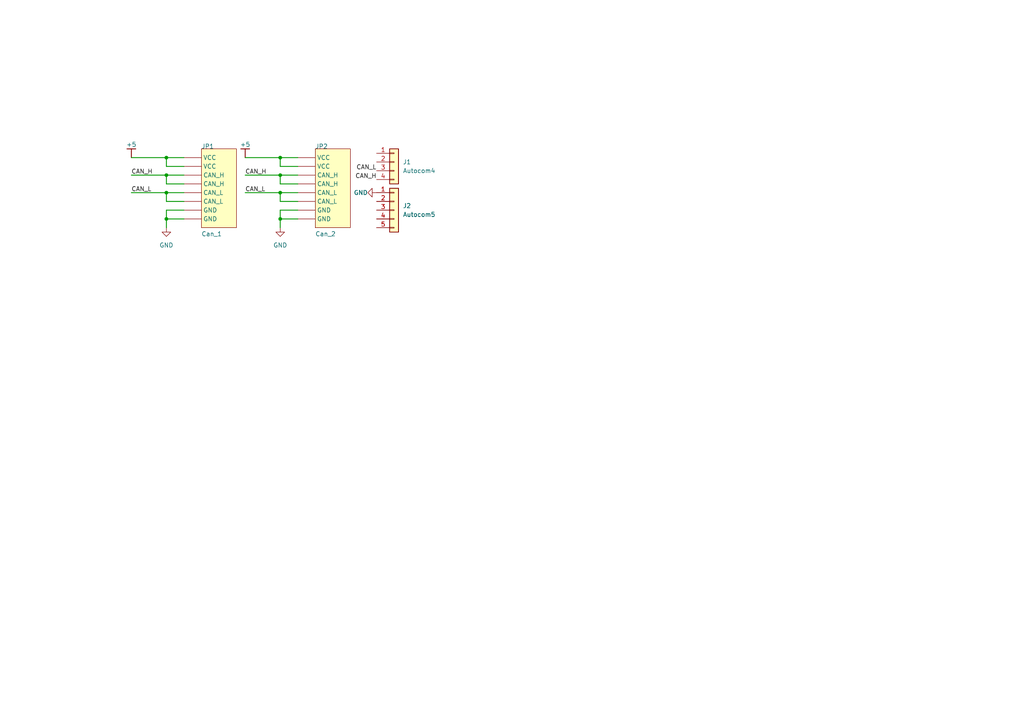
<source format=kicad_sch>
(kicad_sch (version 20230121) (generator eeschema)
  (paper "A4")
  (lib_symbols
    (symbol "0_SymbGamelGe2_v6:Autocom4" (pin_names (offset 1.016) hide)
      (property "Reference" "J" (at 0 5.08 0))
      (property "Value" "Autocom4" (at 0 -7.62 0))
      (symbol "Autocom4_1_1"
        (rectangle (start -1.27 -4.953) (end 0 -5.207) (stroke (width 0.1524)))
        (rectangle (start -1.27 -2.413) (end 0 -2.667) (stroke (width 0.1524)))
        (rectangle (start -1.27 0.127) (end 0 -0.127) (stroke (width 0.1524)))
        (rectangle (start -1.27 2.667) (end 0 2.413) (stroke (width 0.1524)))
        (rectangle (start -1.27 3.81) (end 1.27 -6.35) (stroke (width 0.254)) (fill (type background)))
        (pin passive line (at -5.08 2.54 0) (length 3.81) (name "Pin_1") (number "1"))
        (pin passive line (at -5.08 0 0) (length 3.81) (name "Pin_2") (number "2"))
        (pin passive line (at -5.08 -2.54 0) (length 3.81) (name "Pin_3") (number "3"))
        (pin passive line (at -5.08 -5.08 0) (length 3.81) (name "Pin_4") (number "4"))
      )
    )
    (symbol "0_SymbGamelGe2_v6:Autocom5" (pin_names (offset 1.016) hide)
      (property "Reference" "J" (at 0 7.62 0))
      (property "Value" "Autocom5" (at 0 -7.62 0))
      (symbol "Autocom5_1_1"
        (rectangle (start -1.27 -4.953) (end 0 -5.207) (stroke (width 0.1524)))
        (rectangle (start -1.27 -2.413) (end 0 -2.667) (stroke (width 0.1524)))
        (rectangle (start -1.27 0.127) (end 0 -0.127) (stroke (width 0.1524)))
        (rectangle (start -1.27 2.667) (end 0 2.413) (stroke (width 0.1524)))
        (rectangle (start -1.27 5.207) (end 0 4.953) (stroke (width 0.1524)))
        (rectangle (start -1.27 6.35) (end 1.27 -6.35) (stroke (width 0.254)) (fill (type background)))
        (pin passive line (at -5.08 5.08 0) (length 3.81) (name "Pin_1") (number "1"))
        (pin passive line (at -5.08 2.54 0) (length 3.81) (name "Pin_2") (number "2"))
        (pin passive line (at -5.08 0 0) (length 3.81) (name "Pin_3") (number "3"))
        (pin passive line (at -5.08 -2.54 0) (length 3.81) (name "Pin_4") (number "4"))
        (pin passive line (at -5.08 -5.08 0) (length 3.81) (name "Pin_5") (number "5"))
      )
    )
    (symbol "Schéma Carte Commande-altium-import:+5" (power)
      (property "Reference" "#PWR" (at 0 0 0))
      (property "Value" "+5" (at 0 3.81 0))
      (symbol "+5_0_0"
        (polyline (pts (xy -1.27 -2.54) (xy 1.27 -2.54)) (stroke (width 0.254)))
        (polyline (pts (xy 0 0) (xy 0 -2.54)) (stroke (width 0.254)))
        (pin power_in line (at 0 0 0) (length 0) hide (name "+5") (number ""))
      )
    )
    (symbol "Schéma Carte Commande-altium-import:0_Conn. - CAN"
      (property "Value" "0_Conn. - CAN" (at 0 0 0))
      (symbol "0_Conn. - CAN_1_0"
        (rectangle (start 15.24 5.08) (end 5.08 -17.78) (fill (type background)))
        (pin passive line (at 0 0 0) (length 5.08) (name "VCC") (number "1"))
        (pin passive line (at 0 -12.7 0) (length 5.08) (name "GND") (number "2"))
        (pin passive line (at 0 -10.16 0) (length 5.08) (name "CAN_L") (number "3"))
        (pin passive line (at 0 -5.08 0) (length 5.08) (name "CAN_H") (number "4"))
        (pin passive line (at 0 -2.54 0) (length 5.08) (name "CAN_H") (number "5"))
        (pin passive line (at 0 -7.62 0) (length 5.08) (name "CAN_L") (number "6"))
        (pin passive line (at 0 -15.24 0) (length 5.08) (name "GND") (number "7"))
        (pin passive line (at 0 2.54 0) (length 5.08) (name "VCC") (number "8"))
      )
    )
    (symbol "power:GND" (power) (pin_names (offset 0))
      (property "Value" "GND" (at 0 -3.81 0))
      (symbol "GND_0_1"
        (polyline (pts (xy 0 0) (xy 0 -1.27) (xy 1.27 -1.27) (xy 0 -2.54) (xy -1.27 -1.27) (xy 0 -1.27)))
      )
      (symbol "GND_1_1"
        (pin power_in line (at 0 0 270) (length 0) hide (name "GND") (number "1"))
      )
    )
  )
  (junction (at 48.26 50.8))
  (junction (at 48.26 55.88))
  (junction (at 81.28 55.88))
  (junction (at 48.26 45.72))
  (junction (at 48.26 63.5))
  (junction (at 81.28 63.5))
  (junction (at 81.28 45.72))
  (junction (at 81.28 50.8))
  (wire (pts (xy 81.28 50.8) (xy 86.36 50.8)) (stroke (width 0.254)))
  (wire (pts (xy 48.26 58.42) (xy 48.26 55.88)) (stroke (width 0.254)))
  (wire (pts (xy 81.28 53.34) (xy 81.28 50.8)) (stroke (width 0.254)))
  (wire (pts (xy 81.28 48.26) (xy 81.28 45.72)) (stroke (width 0.254)))
  (wire (pts (xy 86.36 58.42) (xy 81.28 58.42)) (stroke (width 0.254)))
  (wire (pts (xy 71.12 55.88) (xy 81.28 55.88)) (stroke (width 0.254)))
  (wire (pts (xy 71.12 50.8) (xy 81.28 50.8)) (stroke (width 0.254)))
  (wire (pts (xy 38.1 55.88) (xy 48.26 55.88)) (stroke (width 0.254)))
  (wire (pts (xy 48.26 45.72) (xy 53.34 45.72)) (stroke (width 0.254)))
  (wire (pts (xy 48.26 53.34) (xy 48.26 50.8)) (stroke (width 0.254)))
  (wire (pts (xy 53.34 48.26) (xy 48.26 48.26)) (stroke (width 0.254)))
  (wire (pts (xy 81.28 60.96) (xy 81.28 63.5)) (stroke (width 0.254)))
  (wire (pts (xy 86.36 53.34) (xy 81.28 53.34)) (stroke (width 0.254)))
  (wire (pts (xy 86.36 60.96) (xy 81.28 60.96)) (stroke (width 0.254)))
  (wire (pts (xy 48.26 55.88) (xy 53.34 55.88)) (stroke (width 0.254)))
  (wire (pts (xy 86.36 63.5) (xy 81.28 63.5)) (stroke (width 0.254)))
  (wire (pts (xy 81.28 58.42) (xy 81.28 55.88)) (stroke (width 0.254)))
  (wire (pts (xy 48.26 63.5) (xy 48.26 66.04)) (stroke (width 0.254)))
  (wire (pts (xy 86.36 48.26) (xy 81.28 48.26)) (stroke (width 0.254)))
  (wire (pts (xy 81.28 45.72) (xy 86.36 45.72)) (stroke (width 0.254)))
  (wire (pts (xy 53.34 63.5) (xy 48.26 63.5)) (stroke (width 0.254)))
  (wire (pts (xy 81.28 55.88) (xy 86.36 55.88)) (stroke (width 0.254)))
  (wire (pts (xy 48.26 48.26) (xy 48.26 45.72)) (stroke (width 0.254)))
  (wire (pts (xy 53.34 60.96) (xy 48.26 60.96)) (stroke (width 0.254)))
  (wire (pts (xy 71.12 45.72) (xy 81.28 45.72)) (stroke (width 0.254)))
  (wire (pts (xy 53.34 53.34) (xy 48.26 53.34)) (stroke (width 0.254)))
  (wire (pts (xy 81.28 63.5) (xy 81.28 66.04)) (stroke (width 0.254)))
  (wire (pts (xy 48.26 60.96) (xy 48.26 63.5)) (stroke (width 0.254)))
  (wire (pts (xy 53.34 58.42) (xy 48.26 58.42)) (stroke (width 0.254)))
  (wire (pts (xy 38.1 50.8) (xy 48.26 50.8)) (stroke (width 0.254)))
  (wire (pts (xy 38.1 45.72) (xy 48.26 45.72)) (stroke (width 0.254)))
  (wire (pts (xy 48.26 50.8) (xy 53.34 50.8)) (stroke (width 0.254)))
  (label "CAN_H" (at 38.1 50.8 0))
  (label "CAN_L" (at 38.1 55.88 0))
  (label "CAN_L" (at 71.12 55.88 0))
  (label "CAN_L" (at 109.22 49.53 180))
  (label "CAN_H" (at 71.12 50.8 0))
  (label "CAN_H" (at 109.22 52.07 180))
  (symbol (lib_id "Schéma Carte Commande-altium-import:+5") (at 38.1 45.72 180) (unit 1)
    (property "Reference" "#PWR01" (effects hide))
    (property "Value" "+5" (at 38.1 41.91 0))
  )
  (symbol (lib_id "0_SymbGamelGe2_v6:Autocom5") (at 114.3 60.96 0) (unit 1)
    (property "Reference" "J2" (at 116.84 59.69 0) (effects (justify left)))
    (property "Value" "Autocom5" (at 116.84 62.23 0) (effects (justify left)))
    (property "Footprint" "FootprintGamelGe2_v6:Autocom5" (effects hide))
  )
  (symbol (lib_id "power:GND") (at 48.26 66.04 0) (unit 1)
    (property "Reference" "#PWR05" (effects hide))
    (property "Value" "GND" (at 48.26 71.12 0))
  )
  (symbol (lib_id "Schéma Carte Commande-altium-import:0_Conn. - CAN") (at 86.36 48.26 0) (unit 1)
    (property "Reference" "JP2" (at 91.44 43.18 0) (effects (justify left bottom)))
    (property "Value" "Can_2" (at 91.44 68.58 0) (effects (justify left bottom)))
    (property "COMPONENTLINK1URL" "http://www.tycoelectronics.com/commerce/DocumentDelivery/DDEController?Action=srchrtrv&DocNm=215083&DocType=Customer+Drawing&DocLang=English" (effects hide))
    (property "COMPONENTLINK1DESCRIPTION" "Datasheet" (effects hide))
    (property "SUPPLIER 1" "Farnell" (effects hide))
    (property "SUPPLIER PART NUMBER 1" "3784733" (effects hide))
    (property "MANUFACTURER" "TE CONNECTIVITY / AMP" (effects hide))
    (property "MANUFACTURER PART NUMBER" "7-188275-8" (effects hide))
    (property "ROHS" "YES" (effects hide))
    (property "STOCK 1" "13392" (effects hide))
    (property "PRICING 1" "10=0,92, 250=0,72, 900=0,64 (EUR)" (effects hide))
    (property "SÉRIE" "Micro-MaTch" (effects hide))
    (property "PAS" "1.27" (effects hide))
    (property "NOMBRE DE RANGÉES" "1" (effects hide))
    (property "NOMBRE DE CONTACTS" "8" (effects hide))
    (property "GENRE" "Embase" (effects hide))
    (property "TERMINAISON DU CONTACT" "Montage en surface vertical" (effects hide))
    (property "PLAQUAGE DU CONTACT" "Tin" (effects hide))
    (property "MATÉRIAU DU CONTACT" "Bronze phosphoreux" (effects hide))
    (property "CONNECTOR TYPE" "Board to Board" (effects hide))
    (property "COURANT DE CONTACT" "1.5" (effects hide))
    (property "MATIÈRE, CONTACT" "Bronze phosphoreux" (effects hide))
    (property "MÉTHODE DE TERMINAISON" "Solder" (effects hide))
    (property "NOMBRE DE PÂLES" "8" (effects hide))
    (property "NOMBRE DE VOIES" "8" (effects hide))
    (property "NUMÉRO AWG MAX.." "28" (effects hide))
    (property "PLAQUAGE CONTACT" "Etain / Plomb" (effects hide))
    (property "RÉSISTANCE, CONTACT" "50" (effects hide))
    (property "TEMPÉRATURE DE FONCTIONNEMENT MAX.." "105" (effects hide))
    (property "TEMPÉRATURE D'UTILISATION MIN" "-40" (effects hide))
    (property "TENSION C.A." "230" (effects hide))
    (property "TYPE DE BOITIER" "Polyester chargé verre" (effects hide))
    (property "TYPE DE CONNECTEUR" "Carte-à-carte" (effects hide))
    (property "COMPONENTLINK2URL" "http://www.tycoelectronics.com/commerce/DocumentDelivery/DDEController?Action=srchrtrv&DocNm=7-188275-8&DocType=Customer+View+Model&DocLang=English" (effects hide))
    (property "COMPONENTLINK2DESCRIPTION" "http://www.tycoelectronics.com/commerce/DocumentDelivery/DDEController?Action=srchrtrv&DocNm=7-188275-8&DocType=Customer+View+Model&DocLang=English" (effects hide))
    (property "COMPONENTLINK3URL" "http://www.farnell.com/datasheets/102135.pdf" (effects hide))
    (property "COMPONENTLINK3DESCRIPTION" "http://www.farnell.com/datasheets/102135.pdf" (effects hide))
  )
  (symbol (lib_id "Schéma Carte Commande-altium-import:0_Conn. - CAN") (at 53.34 48.26 0) (unit 1)
    (property "Reference" "JP1" (at 58.42 43.18 0) (effects (justify left bottom)))
    (property "Value" "Can_1" (at 58.42 68.58 0) (effects (justify left bottom)))
    (property "COMPONENTLINK1URL" "http://www.tycoelectronics.com/commerce/DocumentDelivery/DDEController?Action=srchrtrv&DocNm=215083&DocType=Customer+Drawing&DocLang=English" (effects hide))
    (property "COMPONENTLINK1DESCRIPTION" "Datasheet" (effects hide))
    (property "SUPPLIER 1" "Farnell" (effects hide))
    (property "SUPPLIER PART NUMBER 1" "3784733" (effects hide))
    (property "MANUFACTURER" "TE CONNECTIVITY / AMP" (effects hide))
    (property "MANUFACTURER PART NUMBER" "7-188275-8" (effects hide))
    (property "ROHS" "YES" (effects hide))
    (property "STOCK 1" "13392" (effects hide))
    (property "PRICING 1" "10=0,92, 250=0,72, 900=0,64 (EUR)" (effects hide))
    (property "SÉRIE" "Micro-MaTch" (effects hide))
    (property "PAS" "1.27" (effects hide))
    (property "NOMBRE DE RANGÉES" "1" (effects hide))
    (property "NOMBRE DE CONTACTS" "8" (effects hide))
    (property "GENRE" "Embase" (effects hide))
    (property "TERMINAISON DU CONTACT" "Montage en surface vertical" (effects hide))
    (property "PLAQUAGE DU CONTACT" "Tin" (effects hide))
    (property "MATÉRIAU DU CONTACT" "Bronze phosphoreux" (effects hide))
    (property "CONNECTOR TYPE" "Board to Board" (effects hide))
    (property "COURANT DE CONTACT" "1.5" (effects hide))
    (property "MATIÈRE, CONTACT" "Bronze phosphoreux" (effects hide))
    (property "MÉTHODE DE TERMINAISON" "Solder" (effects hide))
    (property "NOMBRE DE PÂLES" "8" (effects hide))
    (property "NOMBRE DE VOIES" "8" (effects hide))
    (property "NUMÉRO AWG MAX.." "28" (effects hide))
    (property "PLAQUAGE CONTACT" "Etain / Plomb" (effects hide))
    (property "RÉSISTANCE, CONTACT" "50" (effects hide))
    (property "TEMPÉRATURE DE FONCTIONNEMENT MAX.." "105" (effects hide))
    (property "TEMPÉRATURE D'UTILISATION MIN" "-40" (effects hide))
    (property "TENSION C.A." "230" (effects hide))
    (property "TYPE DE BOITIER" "Polyester chargé verre" (effects hide))
    (property "TYPE DE CONNECTEUR" "Carte-à-carte" (effects hide))
    (property "COMPONENTLINK2URL" "http://www.tycoelectronics.com/commerce/DocumentDelivery/DDEController?Action=srchrtrv&DocNm=7-188275-8&DocType=Customer+View+Model&DocLang=English" (effects hide))
    (property "COMPONENTLINK2DESCRIPTION" "http://www.tycoelectronics.com/commerce/DocumentDelivery/DDEController?Action=srchrtrv&DocNm=7-188275-8&DocType=Customer+View+Model&DocLang=English" (effects hide))
    (property "COMPONENTLINK3URL" "http://www.farnell.com/datasheets/102135.pdf" (effects hide))
    (property "COMPONENTLINK3DESCRIPTION" "http://www.farnell.com/datasheets/102135.pdf" (effects hide))
  )
  (symbol (lib_id "power:GND") (at 109.22 55.88 270) (unit 1)
    (property "Reference" "#PWR03" (effects hide))
    (property "Value" "GND" (at 106.68 55.88 90) (effects (justify right)))
  )
  (symbol (lib_id "0_SymbGamelGe2_v6:Autocom4") (at 114.3 46.99 0) (unit 1)
    (property "Reference" "J1" (at 116.84 46.99 0) (effects (justify left)))
    (property "Value" "Autocom4" (at 116.84 49.53 0) (effects (justify left)))
    (property "Footprint" "FootprintGamelGe2_v6:Autocom4" (effects hide))
  )
  (symbol (lib_id "Schéma Carte Commande-altium-import:+5") (at 71.12 45.72 180) (unit 1)
    (property "Reference" "#PWR02" (effects hide))
    (property "Value" "+5" (at 71.12 41.91 0))
  )
  (symbol (lib_id "power:GND") (at 81.28 66.04 0) (unit 1)
    (property "Reference" "#PWR04" (effects hide))
    (property "Value" "GND" (at 81.28 71.12 0))
  )
)
</source>
